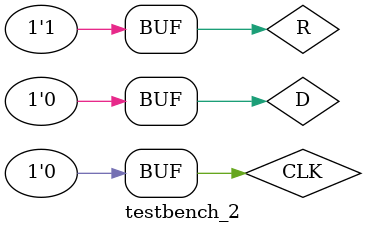
<source format=v>

module testbench_2();
	reg D,R, CLK;
	wire Q,NQ;
	
	
	d_latch_with_asynch_reset  d_latch_with_asynch_reset(.D(D),.R(R),.CLK(CLK),.Q(Q),.NQ(NQ));
	initial
		begin
		R=0; D=0;CLK =0;
		#10;
		D=1;CLK = 0;
		#10;
		D=1; CLK = 1;
		#10;
		D=1; CLK = 0;
		#10;
		D=0; CLK = 0;
		#10;
		D=1; CLK = 0;
		#10;
		D=0; CLK = 0;
		#10;
		D=0; CLK = 1;
		#10;
		D=0; CLK = 0;
		
		
		#100;
		D=1;CLK = 1;
		#10;
		D=1; CLK = 0;
		#10;
		R=1;
		
		#100;
		
		R=1; D=0;CLK =0;
		#10;
		D=1;CLK = 0;
		#10;
		D=1; CLK = 1;
		#10;
		D=1; CLK = 0;
		#10;
		D=0; CLK = 0;
		#10;
		D=1; CLK = 0;
		#10;
		D=0; CLK = 0;
		#10;
		D=0; CLK = 1;
		#10;		
		D=0; CLK = 0;
		
		end

endmodule

</source>
